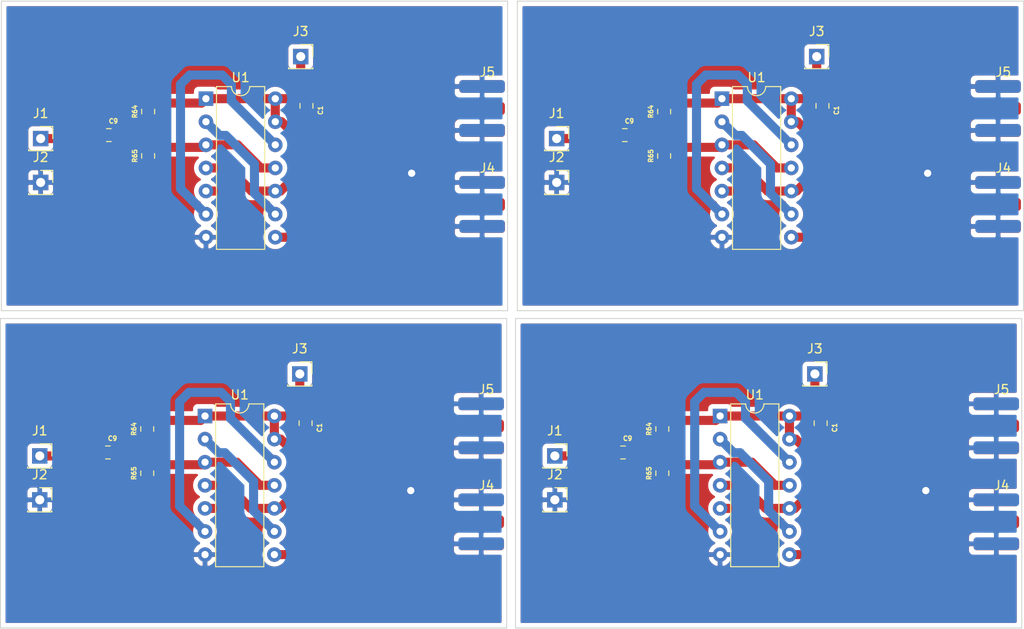
<source format=kicad_pcb>
(kicad_pcb (version 20171130) (host pcbnew "(5.1.5)-3")
  (layers (0 F.Cu signal) (31 B.Cu signal) (34 B.Paste user) (35 F.Paste user) (36 B.SilkS user) (37 F.SilkS user) (38 B.Mask user) (39 F.Mask user) (44 Edge.Cuts user))
  (net 0 "")
  (net 1 GND)
  (net 2 +5V)
  (net 3 "Net-(C9-Pad2)")
  (net 4 "Net-(C9-Pad1)")
  (net 5 CLK-0-0)
  (net 6 CLK-1-0)
  (net 7 CLK-0-1)
  (net 8 CLK-1-1)
  (module "Xenir:Resistor 0805" (layer F.Cu) (at 223.124 157.582 270)
    (fp_text reference R65 (at 0 4 90) (layer F.SilkS) (effects (font (size 0.5 0.5) (thickness 0.125))))
    (fp_text value 10k)
    (fp_line (start -0.258578 1.83) (end 0.258578 1.83) (layer F.SilkS) (width 0.12))
    (fp_line (start -0.258578 3.25) (end 0.258578 3.25) (layer F.SilkS) (width 0.12))
    (pad 1 smd roundrect (at -0.9375 2.54 270) (size 0.975 1.4) (layers F.Cu F.Paste F.Mask))
    (pad 2 smd roundrect (at 0.9375 2.54 270) (size 0.975 1.4) (layers F.Cu F.Paste F.Mask))
  )
  (module "Xenir:Capacitor 0805" (layer F.Cu) (at 216.266 152.756)
    (fp_text reference C9 (at 0.5 1) (layer F.SilkS) (effects (font (size 0.5 0.5) (thickness 0.125))))
    (fp_text value .1uF)
    (fp_line (start -0.258578 3.25) (end 0.258578 3.25) (layer F.SilkS) (width 0.12))
    (fp_line (start -0.258578 1.83) (end 0.258578 1.83) (layer F.SilkS) (width 0.12))
    (pad 1 smd roundrect (at -0.9375 2.54) (size 0.975 1.4) (layers F.Cu F.Paste F.Mask))
    (pad 2 smd roundrect (at 0.9375 2.54) (size 0.975 1.4) (layers F.Cu F.Paste F.Mask))
  )
  (module Connector_PinSocket_2.54mm:PinSocket_1x01_P2.54mm_Vertical (layer F.Cu) (at 208.773 160.503)
    (fp_text reference J2 (at 0 -2.77) (layer F.SilkS))
    (fp_text value Pad)
    (fp_line (start 0 -1.33) (end 1.33 -1.33) (layer F.SilkS) (width 0.12))
    (fp_line (start 1.33 -1.33) (end 1.33 0) (layer F.SilkS) (width 0.12))
    (fp_line (start 1.33 1.21) (end 1.33 1.33) (layer F.SilkS) (width 0.12))
    (fp_line (start -1.33 1.21) (end -1.33 1.33) (layer F.SilkS) (width 0.12))
    (fp_line (start -1.33 1.33) (end 1.33 1.33) (layer F.SilkS) (width 0.12))
    (pad 1 thru_hole rect (at 0 0) (size 1.7 1.7) (drill 1) (layers *.Cu *.Mask))
  )
  (module Package_DIP:DIP-14_W7.62mm (layer F.Cu) (at 226.934 151.287001)
    (fp_text reference U1 (at 3.81 -2.33) (layer F.SilkS))
    (fp_text value 74HC74)
    (fp_arc (start 3.81 -1.33) (end 2.81 -1.33) (angle -180) (layer F.SilkS) (width 0.12))
    (fp_line (start 6.46 -1.33) (end 4.81 -1.33) (layer F.SilkS) (width 0.12))
    (fp_line (start 6.46 16.57) (end 6.46 -1.33) (layer F.SilkS) (width 0.12))
    (fp_line (start 1.16 16.57) (end 6.46 16.57) (layer F.SilkS) (width 0.12))
    (fp_line (start 1.16 -1.33) (end 1.16 16.57) (layer F.SilkS) (width 0.12))
    (fp_line (start 2.81 -1.33) (end 1.16 -1.33) (layer F.SilkS) (width 0.12))
    (pad 1 thru_hole rect (at 0 0) (size 1.6 1.6) (drill 0.8) (layers *.Cu *.Mask))
    (pad 8 thru_hole oval (at 7.62 15.24) (size 1.6 1.6) (drill 0.8) (layers *.Cu *.Mask))
    (pad 2 thru_hole oval (at 0 2.54) (size 1.6 1.6) (drill 0.8) (layers *.Cu *.Mask))
    (pad 9 thru_hole oval (at 7.62 12.7) (size 1.6 1.6) (drill 0.8) (layers *.Cu *.Mask))
    (pad 3 thru_hole oval (at 0 5.08) (size 1.6 1.6) (drill 0.8) (layers *.Cu *.Mask))
    (pad 10 thru_hole oval (at 7.62 10.16) (size 1.6 1.6) (drill 0.8) (layers *.Cu *.Mask))
    (pad 4 thru_hole oval (at 0 7.62) (size 1.6 1.6) (drill 0.8) (layers *.Cu *.Mask))
    (pad 11 thru_hole oval (at 7.62 7.62) (size 1.6 1.6) (drill 0.8) (layers *.Cu *.Mask))
    (pad 5 thru_hole oval (at 0 10.16) (size 1.6 1.6) (drill 0.8) (layers *.Cu *.Mask))
    (pad 12 thru_hole oval (at 7.62 5.08) (size 1.6 1.6) (drill 0.8) (layers *.Cu *.Mask))
    (pad 6 thru_hole oval (at 0 12.7) (size 1.6 1.6) (drill 0.8) (layers *.Cu *.Mask))
    (pad 13 thru_hole oval (at 7.62 2.54) (size 1.6 1.6) (drill 0.8) (layers *.Cu *.Mask))
    (pad 7 thru_hole oval (at 0 15.24) (size 1.6 1.6) (drill 0.8) (layers *.Cu *.Mask))
    (pad 14 thru_hole oval (at 7.62 0) (size 1.6 1.6) (drill 0.8) (layers *.Cu *.Mask))
  )
  (module Xenir:PCB-SMA-EDGE (layer F.Cu) (at 257.29716 147.21626)
    (fp_text reference J5 (at 0.5588 1.15316) (layer F.SilkS))
    (fp_text value PCB_SMA_EDGE)
    (pad 1 smd roundrect (at -0.01016 5.15874) (size 5 1.4) (layers F.Cu F.Paste F.Mask))
    (pad 2 smd roundrect (at -0.02794 2.73812) (size 5 1.4) (layers F.Cu F.Paste F.Mask))
    (pad 2 smd roundrect (at -0.01016 7.57936) (size 5 1.4) (layers F.Cu F.Paste F.Mask))
    (pad 2 smd roundrect (at -0.01524 2.7305) (size 5 1.4) (layers B.Cu F.Paste F.Mask))
    (pad 2 smd roundrect (at -0.02286 7.55904) (size 5 1.4) (layers B.Cu F.Paste F.Mask))
  )
  (module "Xenir:Capacitor 0805" (layer F.Cu) (at 240.523 152.0725 270)
    (fp_text reference C1 (at 0.5 1 90) (layer F.SilkS) (effects (font (size 0.5 0.5) (thickness 0.125))))
    (fp_text value .1uF)
    (fp_line (start -0.258578 3.25) (end 0.258578 3.25) (layer F.SilkS) (width 0.12))
    (fp_line (start -0.258578 1.83) (end 0.258578 1.83) (layer F.SilkS) (width 0.12))
    (pad 1 smd roundrect (at -0.9375 2.54 270) (size 0.975 1.4) (layers F.Cu F.Paste F.Mask))
    (pad 2 smd roundrect (at 0.9375 2.54 270) (size 0.975 1.4) (layers F.Cu F.Paste F.Mask))
  )
  (module "Xenir:Resistor 0805" (layer F.Cu) (at 223.124 152.7075 270)
    (fp_text reference R64 (at 0 4 90) (layer F.SilkS) (effects (font (size 0.5 0.5) (thickness 0.125))))
    (fp_text value 10k)
    (fp_line (start -0.258578 1.83) (end 0.258578 1.83) (layer F.SilkS) (width 0.12))
    (fp_line (start -0.258578 3.25) (end 0.258578 3.25) (layer F.SilkS) (width 0.12))
    (pad 1 smd roundrect (at -0.9375 2.54 270) (size 0.975 1.4) (layers F.Cu F.Paste F.Mask))
    (pad 2 smd roundrect (at 0.9375 2.54 270) (size 0.975 1.4) (layers F.Cu F.Paste F.Mask))
  )
  (module Xenir:PCB-SMA-EDGE (layer F.Cu) (at 257.30224 157.7725)
    (fp_text reference J4 (at 0.5588 1.15316) (layer F.SilkS))
    (fp_text value PCB_SMA_EDGE)
    (pad 1 smd roundrect (at -0.01016 5.15874) (size 5 1.4) (layers F.Cu F.Paste F.Mask))
    (pad 2 smd roundrect (at -0.02794 2.73812) (size 5 1.4) (layers F.Cu F.Paste F.Mask))
    (pad 2 smd roundrect (at -0.01016 7.57936) (size 5 1.4) (layers F.Cu F.Paste F.Mask))
    (pad 2 smd roundrect (at -0.01524 2.7305) (size 5 1.4) (layers B.Cu F.Paste F.Mask))
    (pad 2 smd roundrect (at -0.02286 7.55904) (size 5 1.4) (layers B.Cu F.Paste F.Mask))
  )
  (module Connector_PinSocket_2.54mm:PinSocket_1x01_P2.54mm_Vertical (layer F.Cu) (at 208.773 155.677)
    (fp_text reference J1 (at 0 -2.77) (layer F.SilkS))
    (fp_text value Pad)
    (fp_line (start 0 -1.33) (end 1.33 -1.33) (layer F.SilkS) (width 0.12))
    (fp_line (start 1.33 -1.33) (end 1.33 0) (layer F.SilkS) (width 0.12))
    (fp_line (start 1.33 1.21) (end 1.33 1.33) (layer F.SilkS) (width 0.12))
    (fp_line (start -1.33 1.21) (end -1.33 1.33) (layer F.SilkS) (width 0.12))
    (fp_line (start -1.33 1.33) (end 1.33 1.33) (layer F.SilkS) (width 0.12))
    (pad 1 thru_hole rect (at 0 0) (size 1.7 1.7) (drill 1) (layers *.Cu *.Mask))
  )
  (module Connector_PinSocket_2.54mm:PinSocket_1x01_P2.54mm_Vertical (layer F.Cu) (at 237.348 146.66)
    (fp_text reference J3 (at 0 -2.77) (layer F.SilkS))
    (fp_text value Pad)
    (fp_line (start 0 -1.33) (end 1.33 -1.33) (layer F.SilkS) (width 0.12))
    (fp_line (start 1.33 -1.33) (end 1.33 0) (layer F.SilkS) (width 0.12))
    (fp_line (start 1.33 1.21) (end 1.33 1.33) (layer F.SilkS) (width 0.12))
    (fp_line (start -1.33 1.21) (end -1.33 1.33) (layer F.SilkS) (width 0.12))
    (fp_line (start -1.33 1.33) (end 1.33 1.33) (layer F.SilkS) (width 0.12))
    (pad 1 thru_hole rect (at 0 0) (size 1.7 1.7) (drill 1) (layers *.Cu *.Mask))
  )
  (module "Xenir:Resistor 0805" (layer F.Cu) (at 166.524 157.582 270)
    (fp_text reference R65 (at 0 4 90) (layer F.SilkS) (effects (font (size 0.5 0.5) (thickness 0.125))))
    (fp_text value 10k)
    (fp_line (start -0.258578 1.83) (end 0.258578 1.83) (layer F.SilkS) (width 0.12))
    (fp_line (start -0.258578 3.25) (end 0.258578 3.25) (layer F.SilkS) (width 0.12))
    (pad 1 smd roundrect (at -0.9375 2.54 270) (size 0.975 1.4) (layers F.Cu F.Paste F.Mask))
    (pad 2 smd roundrect (at 0.9375 2.54 270) (size 0.975 1.4) (layers F.Cu F.Paste F.Mask))
  )
  (module "Xenir:Capacitor 0805" (layer F.Cu) (at 159.666 152.756)
    (fp_text reference C9 (at 0.5 1) (layer F.SilkS) (effects (font (size 0.5 0.5) (thickness 0.125))))
    (fp_text value .1uF)
    (fp_line (start -0.258578 3.25) (end 0.258578 3.25) (layer F.SilkS) (width 0.12))
    (fp_line (start -0.258578 1.83) (end 0.258578 1.83) (layer F.SilkS) (width 0.12))
    (pad 1 smd roundrect (at -0.9375 2.54) (size 0.975 1.4) (layers F.Cu F.Paste F.Mask))
    (pad 2 smd roundrect (at 0.9375 2.54) (size 0.975 1.4) (layers F.Cu F.Paste F.Mask))
  )
  (module Connector_PinSocket_2.54mm:PinSocket_1x01_P2.54mm_Vertical (layer F.Cu) (at 152.173 160.503)
    (fp_text reference J2 (at 0 -2.77) (layer F.SilkS))
    (fp_text value Pad)
    (fp_line (start 0 -1.33) (end 1.33 -1.33) (layer F.SilkS) (width 0.12))
    (fp_line (start 1.33 -1.33) (end 1.33 0) (layer F.SilkS) (width 0.12))
    (fp_line (start 1.33 1.21) (end 1.33 1.33) (layer F.SilkS) (width 0.12))
    (fp_line (start -1.33 1.21) (end -1.33 1.33) (layer F.SilkS) (width 0.12))
    (fp_line (start -1.33 1.33) (end 1.33 1.33) (layer F.SilkS) (width 0.12))
    (pad 1 thru_hole rect (at 0 0) (size 1.7 1.7) (drill 1) (layers *.Cu *.Mask))
  )
  (module Package_DIP:DIP-14_W7.62mm (layer F.Cu) (at 170.334 151.287001)
    (fp_text reference U1 (at 3.81 -2.33) (layer F.SilkS))
    (fp_text value 74HC74)
    (fp_arc (start 3.81 -1.33) (end 2.81 -1.33) (angle -180) (layer F.SilkS) (width 0.12))
    (fp_line (start 6.46 -1.33) (end 4.81 -1.33) (layer F.SilkS) (width 0.12))
    (fp_line (start 6.46 16.57) (end 6.46 -1.33) (layer F.SilkS) (width 0.12))
    (fp_line (start 1.16 16.57) (end 6.46 16.57) (layer F.SilkS) (width 0.12))
    (fp_line (start 1.16 -1.33) (end 1.16 16.57) (layer F.SilkS) (width 0.12))
    (fp_line (start 2.81 -1.33) (end 1.16 -1.33) (layer F.SilkS) (width 0.12))
    (pad 1 thru_hole rect (at 0 0) (size 1.6 1.6) (drill 0.8) (layers *.Cu *.Mask))
    (pad 8 thru_hole oval (at 7.62 15.24) (size 1.6 1.6) (drill 0.8) (layers *.Cu *.Mask))
    (pad 2 thru_hole oval (at 0 2.54) (size 1.6 1.6) (drill 0.8) (layers *.Cu *.Mask))
    (pad 9 thru_hole oval (at 7.62 12.7) (size 1.6 1.6) (drill 0.8) (layers *.Cu *.Mask))
    (pad 3 thru_hole oval (at 0 5.08) (size 1.6 1.6) (drill 0.8) (layers *.Cu *.Mask))
    (pad 10 thru_hole oval (at 7.62 10.16) (size 1.6 1.6) (drill 0.8) (layers *.Cu *.Mask))
    (pad 4 thru_hole oval (at 0 7.62) (size 1.6 1.6) (drill 0.8) (layers *.Cu *.Mask))
    (pad 11 thru_hole oval (at 7.62 7.62) (size 1.6 1.6) (drill 0.8) (layers *.Cu *.Mask))
    (pad 5 thru_hole oval (at 0 10.16) (size 1.6 1.6) (drill 0.8) (layers *.Cu *.Mask))
    (pad 12 thru_hole oval (at 7.62 5.08) (size 1.6 1.6) (drill 0.8) (layers *.Cu *.Mask))
    (pad 6 thru_hole oval (at 0 12.7) (size 1.6 1.6) (drill 0.8) (layers *.Cu *.Mask))
    (pad 13 thru_hole oval (at 7.62 2.54) (size 1.6 1.6) (drill 0.8) (layers *.Cu *.Mask))
    (pad 7 thru_hole oval (at 0 15.24) (size 1.6 1.6) (drill 0.8) (layers *.Cu *.Mask))
    (pad 14 thru_hole oval (at 7.62 0) (size 1.6 1.6) (drill 0.8) (layers *.Cu *.Mask))
  )
  (module Xenir:PCB-SMA-EDGE (layer F.Cu) (at 200.69716 147.21626)
    (fp_text reference J5 (at 0.5588 1.15316) (layer F.SilkS))
    (fp_text value PCB_SMA_EDGE)
    (pad 1 smd roundrect (at -0.01016 5.15874) (size 5 1.4) (layers F.Cu F.Paste F.Mask))
    (pad 2 smd roundrect (at -0.02794 2.73812) (size 5 1.4) (layers F.Cu F.Paste F.Mask))
    (pad 2 smd roundrect (at -0.01016 7.57936) (size 5 1.4) (layers F.Cu F.Paste F.Mask))
    (pad 2 smd roundrect (at -0.01524 2.7305) (size 5 1.4) (layers B.Cu F.Paste F.Mask))
    (pad 2 smd roundrect (at -0.02286 7.55904) (size 5 1.4) (layers B.Cu F.Paste F.Mask))
  )
  (module "Xenir:Capacitor 0805" (layer F.Cu) (at 183.923 152.0725 270)
    (fp_text reference C1 (at 0.5 1 90) (layer F.SilkS) (effects (font (size 0.5 0.5) (thickness 0.125))))
    (fp_text value .1uF)
    (fp_line (start -0.258578 3.25) (end 0.258578 3.25) (layer F.SilkS) (width 0.12))
    (fp_line (start -0.258578 1.83) (end 0.258578 1.83) (layer F.SilkS) (width 0.12))
    (pad 1 smd roundrect (at -0.9375 2.54 270) (size 0.975 1.4) (layers F.Cu F.Paste F.Mask))
    (pad 2 smd roundrect (at 0.9375 2.54 270) (size 0.975 1.4) (layers F.Cu F.Paste F.Mask))
  )
  (module "Xenir:Resistor 0805" (layer F.Cu) (at 166.524 152.7075 270)
    (fp_text reference R64 (at 0 4 90) (layer F.SilkS) (effects (font (size 0.5 0.5) (thickness 0.125))))
    (fp_text value 10k)
    (fp_line (start -0.258578 1.83) (end 0.258578 1.83) (layer F.SilkS) (width 0.12))
    (fp_line (start -0.258578 3.25) (end 0.258578 3.25) (layer F.SilkS) (width 0.12))
    (pad 1 smd roundrect (at -0.9375 2.54 270) (size 0.975 1.4) (layers F.Cu F.Paste F.Mask))
    (pad 2 smd roundrect (at 0.9375 2.54 270) (size 0.975 1.4) (layers F.Cu F.Paste F.Mask))
  )
  (module Xenir:PCB-SMA-EDGE (layer F.Cu) (at 200.70224 157.7725)
    (fp_text reference J4 (at 0.5588 1.15316) (layer F.SilkS))
    (fp_text value PCB_SMA_EDGE)
    (pad 1 smd roundrect (at -0.01016 5.15874) (size 5 1.4) (layers F.Cu F.Paste F.Mask))
    (pad 2 smd roundrect (at -0.02794 2.73812) (size 5 1.4) (layers F.Cu F.Paste F.Mask))
    (pad 2 smd roundrect (at -0.01016 7.57936) (size 5 1.4) (layers F.Cu F.Paste F.Mask))
    (pad 2 smd roundrect (at -0.01524 2.7305) (size 5 1.4) (layers B.Cu F.Paste F.Mask))
    (pad 2 smd roundrect (at -0.02286 7.55904) (size 5 1.4) (layers B.Cu F.Paste F.Mask))
  )
  (module Connector_PinSocket_2.54mm:PinSocket_1x01_P2.54mm_Vertical (layer F.Cu) (at 152.173 155.677)
    (fp_text reference J1 (at 0 -2.77) (layer F.SilkS))
    (fp_text value Pad)
    (fp_line (start 0 -1.33) (end 1.33 -1.33) (layer F.SilkS) (width 0.12))
    (fp_line (start 1.33 -1.33) (end 1.33 0) (layer F.SilkS) (width 0.12))
    (fp_line (start 1.33 1.21) (end 1.33 1.33) (layer F.SilkS) (width 0.12))
    (fp_line (start -1.33 1.21) (end -1.33 1.33) (layer F.SilkS) (width 0.12))
    (fp_line (start -1.33 1.33) (end 1.33 1.33) (layer F.SilkS) (width 0.12))
    (pad 1 thru_hole rect (at 0 0) (size 1.7 1.7) (drill 1) (layers *.Cu *.Mask))
  )
  (module Connector_PinSocket_2.54mm:PinSocket_1x01_P2.54mm_Vertical (layer F.Cu) (at 180.748 146.66)
    (fp_text reference J3 (at 0 -2.77) (layer F.SilkS))
    (fp_text value Pad)
    (fp_line (start 0 -1.33) (end 1.33 -1.33) (layer F.SilkS) (width 0.12))
    (fp_line (start 1.33 -1.33) (end 1.33 0) (layer F.SilkS) (width 0.12))
    (fp_line (start 1.33 1.21) (end 1.33 1.33) (layer F.SilkS) (width 0.12))
    (fp_line (start -1.33 1.21) (end -1.33 1.33) (layer F.SilkS) (width 0.12))
    (fp_line (start -1.33 1.33) (end 1.33 1.33) (layer F.SilkS) (width 0.12))
    (pad 1 thru_hole rect (at 0 0) (size 1.7 1.7) (drill 1) (layers *.Cu *.Mask))
  )
  (module "Xenir:Resistor 0805" (layer F.Cu) (at 223.324 122.682 270)
    (fp_text reference R65 (at 0 4 90) (layer F.SilkS) (effects (font (size 0.5 0.5) (thickness 0.125))))
    (fp_text value 10k)
    (fp_line (start -0.258578 1.83) (end 0.258578 1.83) (layer F.SilkS) (width 0.12))
    (fp_line (start -0.258578 3.25) (end 0.258578 3.25) (layer F.SilkS) (width 0.12))
    (pad 1 smd roundrect (at -0.9375 2.54 270) (size 0.975 1.4) (layers F.Cu F.Paste F.Mask))
    (pad 2 smd roundrect (at 0.9375 2.54 270) (size 0.975 1.4) (layers F.Cu F.Paste F.Mask))
  )
  (module "Xenir:Capacitor 0805" (layer F.Cu) (at 216.466 117.856)
    (fp_text reference C9 (at 0.5 1) (layer F.SilkS) (effects (font (size 0.5 0.5) (thickness 0.125))))
    (fp_text value .1uF)
    (fp_line (start -0.258578 3.25) (end 0.258578 3.25) (layer F.SilkS) (width 0.12))
    (fp_line (start -0.258578 1.83) (end 0.258578 1.83) (layer F.SilkS) (width 0.12))
    (pad 1 smd roundrect (at -0.9375 2.54) (size 0.975 1.4) (layers F.Cu F.Paste F.Mask))
    (pad 2 smd roundrect (at 0.9375 2.54) (size 0.975 1.4) (layers F.Cu F.Paste F.Mask))
  )
  (module Connector_PinSocket_2.54mm:PinSocket_1x01_P2.54mm_Vertical (layer F.Cu) (at 208.973 125.603)
    (fp_text reference J2 (at 0 -2.77) (layer F.SilkS))
    (fp_text value Pad)
    (fp_line (start 0 -1.33) (end 1.33 -1.33) (layer F.SilkS) (width 0.12))
    (fp_line (start 1.33 -1.33) (end 1.33 0) (layer F.SilkS) (width 0.12))
    (fp_line (start 1.33 1.21) (end 1.33 1.33) (layer F.SilkS) (width 0.12))
    (fp_line (start -1.33 1.21) (end -1.33 1.33) (layer F.SilkS) (width 0.12))
    (fp_line (start -1.33 1.33) (end 1.33 1.33) (layer F.SilkS) (width 0.12))
    (pad 1 thru_hole rect (at 0 0) (size 1.7 1.7) (drill 1) (layers *.Cu *.Mask))
  )
  (module Package_DIP:DIP-14_W7.62mm (layer F.Cu) (at 227.134 116.387001)
    (fp_text reference U1 (at 3.81 -2.33) (layer F.SilkS))
    (fp_text value 74HC74)
    (fp_arc (start 3.81 -1.33) (end 2.81 -1.33) (angle -180) (layer F.SilkS) (width 0.12))
    (fp_line (start 6.46 -1.33) (end 4.81 -1.33) (layer F.SilkS) (width 0.12))
    (fp_line (start 6.46 16.57) (end 6.46 -1.33) (layer F.SilkS) (width 0.12))
    (fp_line (start 1.16 16.57) (end 6.46 16.57) (layer F.SilkS) (width 0.12))
    (fp_line (start 1.16 -1.33) (end 1.16 16.57) (layer F.SilkS) (width 0.12))
    (fp_line (start 2.81 -1.33) (end 1.16 -1.33) (layer F.SilkS) (width 0.12))
    (pad 1 thru_hole rect (at 0 0) (size 1.6 1.6) (drill 0.8) (layers *.Cu *.Mask))
    (pad 8 thru_hole oval (at 7.62 15.24) (size 1.6 1.6) (drill 0.8) (layers *.Cu *.Mask))
    (pad 2 thru_hole oval (at 0 2.54) (size 1.6 1.6) (drill 0.8) (layers *.Cu *.Mask))
    (pad 9 thru_hole oval (at 7.62 12.7) (size 1.6 1.6) (drill 0.8) (layers *.Cu *.Mask))
    (pad 3 thru_hole oval (at 0 5.08) (size 1.6 1.6) (drill 0.8) (layers *.Cu *.Mask))
    (pad 10 thru_hole oval (at 7.62 10.16) (size 1.6 1.6) (drill 0.8) (layers *.Cu *.Mask))
    (pad 4 thru_hole oval (at 0 7.62) (size 1.6 1.6) (drill 0.8) (layers *.Cu *.Mask))
    (pad 11 thru_hole oval (at 7.62 7.62) (size 1.6 1.6) (drill 0.8) (layers *.Cu *.Mask))
    (pad 5 thru_hole oval (at 0 10.16) (size 1.6 1.6) (drill 0.8) (layers *.Cu *.Mask))
    (pad 12 thru_hole oval (at 7.62 5.08) (size 1.6 1.6) (drill 0.8) (layers *.Cu *.Mask))
    (pad 6 thru_hole oval (at 0 12.7) (size 1.6 1.6) (drill 0.8) (layers *.Cu *.Mask))
    (pad 13 thru_hole oval (at 7.62 2.54) (size 1.6 1.6) (drill 0.8) (layers *.Cu *.Mask))
    (pad 7 thru_hole oval (at 0 15.24) (size 1.6 1.6) (drill 0.8) (layers *.Cu *.Mask))
    (pad 14 thru_hole oval (at 7.62 0) (size 1.6 1.6) (drill 0.8) (layers *.Cu *.Mask))
  )
  (module Xenir:PCB-SMA-EDGE (layer F.Cu) (at 257.49716 112.31626)
    (fp_text reference J5 (at 0.5588 1.15316) (layer F.SilkS))
    (fp_text value PCB_SMA_EDGE)
    (pad 1 smd roundrect (at -0.01016 5.15874) (size 5 1.4) (layers F.Cu F.Paste F.Mask))
    (pad 2 smd roundrect (at -0.02794 2.73812) (size 5 1.4) (layers F.Cu F.Paste F.Mask))
    (pad 2 smd roundrect (at -0.01016 7.57936) (size 5 1.4) (layers F.Cu F.Paste F.Mask))
    (pad 2 smd roundrect (at -0.01524 2.7305) (size 5 1.4) (layers B.Cu F.Paste F.Mask))
    (pad 2 smd roundrect (at -0.02286 7.55904) (size 5 1.4) (layers B.Cu F.Paste F.Mask))
  )
  (module "Xenir:Capacitor 0805" (layer F.Cu) (at 240.723 117.1725 270)
    (fp_text reference C1 (at 0.5 1 90) (layer F.SilkS) (effects (font (size 0.5 0.5) (thickness 0.125))))
    (fp_text value .1uF)
    (fp_line (start -0.258578 3.25) (end 0.258578 3.25) (layer F.SilkS) (width 0.12))
    (fp_line (start -0.258578 1.83) (end 0.258578 1.83) (layer F.SilkS) (width 0.12))
    (pad 1 smd roundrect (at -0.9375 2.54 270) (size 0.975 1.4) (layers F.Cu F.Paste F.Mask))
    (pad 2 smd roundrect (at 0.9375 2.54 270) (size 0.975 1.4) (layers F.Cu F.Paste F.Mask))
  )
  (module "Xenir:Resistor 0805" (layer F.Cu) (at 223.324 117.8075 270)
    (fp_text reference R64 (at 0 4 90) (layer F.SilkS) (effects (font (size 0.5 0.5) (thickness 0.125))))
    (fp_text value 10k)
    (fp_line (start -0.258578 1.83) (end 0.258578 1.83) (layer F.SilkS) (width 0.12))
    (fp_line (start -0.258578 3.25) (end 0.258578 3.25) (layer F.SilkS) (width 0.12))
    (pad 1 smd roundrect (at -0.9375 2.54 270) (size 0.975 1.4) (layers F.Cu F.Paste F.Mask))
    (pad 2 smd roundrect (at 0.9375 2.54 270) (size 0.975 1.4) (layers F.Cu F.Paste F.Mask))
  )
  (module Xenir:PCB-SMA-EDGE (layer F.Cu) (at 257.50224 122.8725)
    (fp_text reference J4 (at 0.5588 1.15316) (layer F.SilkS))
    (fp_text value PCB_SMA_EDGE)
    (pad 1 smd roundrect (at -0.01016 5.15874) (size 5 1.4) (layers F.Cu F.Paste F.Mask))
    (pad 2 smd roundrect (at -0.02794 2.73812) (size 5 1.4) (layers F.Cu F.Paste F.Mask))
    (pad 2 smd roundrect (at -0.01016 7.57936) (size 5 1.4) (layers F.Cu F.Paste F.Mask))
    (pad 2 smd roundrect (at -0.01524 2.7305) (size 5 1.4) (layers B.Cu F.Paste F.Mask))
    (pad 2 smd roundrect (at -0.02286 7.55904) (size 5 1.4) (layers B.Cu F.Paste F.Mask))
  )
  (module Connector_PinSocket_2.54mm:PinSocket_1x01_P2.54mm_Vertical (layer F.Cu) (at 208.973 120.777)
    (fp_text reference J1 (at 0 -2.77) (layer F.SilkS))
    (fp_text value Pad)
    (fp_line (start 0 -1.33) (end 1.33 -1.33) (layer F.SilkS) (width 0.12))
    (fp_line (start 1.33 -1.33) (end 1.33 0) (layer F.SilkS) (width 0.12))
    (fp_line (start 1.33 1.21) (end 1.33 1.33) (layer F.SilkS) (width 0.12))
    (fp_line (start -1.33 1.21) (end -1.33 1.33) (layer F.SilkS) (width 0.12))
    (fp_line (start -1.33 1.33) (end 1.33 1.33) (layer F.SilkS) (width 0.12))
    (pad 1 thru_hole rect (at 0 0) (size 1.7 1.7) (drill 1) (layers *.Cu *.Mask))
  )
  (module Connector_PinSocket_2.54mm:PinSocket_1x01_P2.54mm_Vertical (layer F.Cu) (at 237.548 111.76)
    (fp_text reference J3 (at 0 -2.77) (layer F.SilkS))
    (fp_text value Pad)
    (fp_line (start 0 -1.33) (end 1.33 -1.33) (layer F.SilkS) (width 0.12))
    (fp_line (start 1.33 -1.33) (end 1.33 0) (layer F.SilkS) (width 0.12))
    (fp_line (start 1.33 1.21) (end 1.33 1.33) (layer F.SilkS) (width 0.12))
    (fp_line (start -1.33 1.21) (end -1.33 1.33) (layer F.SilkS) (width 0.12))
    (fp_line (start -1.33 1.33) (end 1.33 1.33) (layer F.SilkS) (width 0.12))
    (pad 1 thru_hole rect (at 0 0) (size 1.7 1.7) (drill 1) (layers *.Cu *.Mask))
  )
  (module Xenir:PCB-SMA-EDGE (layer F.Cu) (at 200.79716 112.31626)
    (fp_text reference J5 (at 0.5588 1.15316) (layer F.SilkS))
    (fp_text value PCB_SMA_EDGE)
    (pad 2 smd roundrect (at -0.02286 7.55904) (size 5 1.4) (layers B.Cu F.Paste F.Mask) (net 1 GND))
    (pad 2 smd roundrect (at -0.01524 2.7305) (size 5 1.4) (layers B.Cu F.Paste F.Mask) (net 1 GND))
    (pad 2 smd roundrect (at -0.01016 7.57936) (size 5 1.4) (layers F.Cu F.Paste F.Mask) (net 1 GND))
    (pad 2 smd roundrect (at -0.02794 2.73812) (size 5 1.4) (layers F.Cu F.Paste F.Mask) (net 1 GND))
    (pad 1 smd roundrect (at -0.01016 5.15874) (size 5 1.4) (layers F.Cu F.Paste F.Mask) (net 8 CLK-1-1))
  )
  (module Xenir:PCB-SMA-EDGE (layer F.Cu) (at 200.80224 122.8725)
    (fp_text reference J4 (at 0.5588 1.15316) (layer F.SilkS))
    (fp_text value PCB_SMA_EDGE)
    (pad 2 smd roundrect (at -0.02286 7.55904) (size 5 1.4) (layers B.Cu F.Paste F.Mask) (net 1 GND))
    (pad 2 smd roundrect (at -0.01524 2.7305) (size 5 1.4) (layers B.Cu F.Paste F.Mask) (net 1 GND))
    (pad 2 smd roundrect (at -0.01016 7.57936) (size 5 1.4) (layers F.Cu F.Paste F.Mask) (net 1 GND))
    (pad 2 smd roundrect (at -0.02794 2.73812) (size 5 1.4) (layers F.Cu F.Paste F.Mask) (net 1 GND))
    (pad 1 smd roundrect (at -0.01016 5.15874) (size 5 1.4) (layers F.Cu F.Paste F.Mask) (net 6 CLK-1-0))
  )
  (module Package_DIP:DIP-14_W7.62mm (layer F.Cu) (at 170.434 116.387001)
    (fp_text reference U1 (at 3.81 -2.33) (layer F.SilkS))
    (fp_text value 74HC74)
    (fp_line (start 2.81 -1.33) (end 1.16 -1.33) (layer F.SilkS) (width 0.12))
    (fp_line (start 1.16 -1.33) (end 1.16 16.57) (layer F.SilkS) (width 0.12))
    (fp_line (start 1.16 16.57) (end 6.46 16.57) (layer F.SilkS) (width 0.12))
    (fp_line (start 6.46 16.57) (end 6.46 -1.33) (layer F.SilkS) (width 0.12))
    (fp_line (start 6.46 -1.33) (end 4.81 -1.33) (layer F.SilkS) (width 0.12))
    (fp_arc (start 3.81 -1.33) (end 2.81 -1.33) (angle -180) (layer F.SilkS) (width 0.12))
    (pad 14 thru_hole oval (at 7.62 0) (size 1.6 1.6) (drill 0.8) (layers *.Cu *.Mask) (net 2 +5V))
    (pad 7 thru_hole oval (at 0 15.24) (size 1.6 1.6) (drill 0.8) (layers *.Cu *.Mask) (net 1 GND))
    (pad 13 thru_hole oval (at 7.62 2.54) (size 1.6 1.6) (drill 0.8) (layers *.Cu *.Mask) (net 2 +5V))
    (pad 6 thru_hole oval (at 0 12.7) (size 1.6 1.6) (drill 0.8) (layers *.Cu *.Mask) (net 5 CLK-0-0))
    (pad 12 thru_hole oval (at 7.62 5.08) (size 1.6 1.6) (drill 0.8) (layers *.Cu *.Mask) (net 5 CLK-0-0))
    (pad 5 thru_hole oval (at 0 10.16) (size 1.6 1.6) (drill 0.8) (layers *.Cu *.Mask) (net 6 CLK-1-0))
    (pad 11 thru_hole oval (at 7.62 7.62) (size 1.6 1.6) (drill 0.8) (layers *.Cu *.Mask) (net 3 "Net-(C9-Pad2)"))
    (pad 4 thru_hole oval (at 0 7.62) (size 1.6 1.6) (drill 0.8) (layers *.Cu *.Mask) (net 2 +5V))
    (pad 10 thru_hole oval (at 7.62 10.16) (size 1.6 1.6) (drill 0.8) (layers *.Cu *.Mask) (net 2 +5V))
    (pad 3 thru_hole oval (at 0 5.08) (size 1.6 1.6) (drill 0.8) (layers *.Cu *.Mask) (net 3 "Net-(C9-Pad2)"))
    (pad 9 thru_hole oval (at 7.62 12.7) (size 1.6 1.6) (drill 0.8) (layers *.Cu *.Mask) (net 7 CLK-0-1))
    (pad 2 thru_hole oval (at 0 2.54) (size 1.6 1.6) (drill 0.8) (layers *.Cu *.Mask) (net 7 CLK-0-1))
    (pad 8 thru_hole oval (at 7.62 15.24) (size 1.6 1.6) (drill 0.8) (layers *.Cu *.Mask) (net 8 CLK-1-1))
    (pad 1 thru_hole rect (at 0 0) (size 1.6 1.6) (drill 0.8) (layers *.Cu *.Mask) (net 2 +5V))
  )
  (module "Xenir:Resistor 0805" (layer F.Cu) (at 166.624 122.682 270)
    (fp_text reference R65 (at 0 4 90) (layer F.SilkS) (effects (font (size 0.5 0.5) (thickness 0.125))))
    (fp_text value 10k)
    (fp_line (start -0.258578 3.25) (end 0.258578 3.25) (layer F.SilkS) (width 0.12))
    (fp_line (start -0.258578 1.83) (end 0.258578 1.83) (layer F.SilkS) (width 0.12))
    (pad 2 smd roundrect (at 0.9375 2.54 270) (size 0.975 1.4) (layers F.Cu F.Paste F.Mask) (net 1 GND))
    (pad 1 smd roundrect (at -0.9375 2.54 270) (size 0.975 1.4) (layers F.Cu F.Paste F.Mask) (net 3 "Net-(C9-Pad2)"))
  )
  (module "Xenir:Resistor 0805" (layer F.Cu) (at 166.624 117.8075 270)
    (fp_text reference R64 (at 0 4 90) (layer F.SilkS) (effects (font (size 0.5 0.5) (thickness 0.125))))
    (fp_text value 10k)
    (fp_line (start -0.258578 3.25) (end 0.258578 3.25) (layer F.SilkS) (width 0.12))
    (fp_line (start -0.258578 1.83) (end 0.258578 1.83) (layer F.SilkS) (width 0.12))
    (pad 2 smd roundrect (at 0.9375 2.54 270) (size 0.975 1.4) (layers F.Cu F.Paste F.Mask) (net 3 "Net-(C9-Pad2)"))
    (pad 1 smd roundrect (at -0.9375 2.54 270) (size 0.975 1.4) (layers F.Cu F.Paste F.Mask) (net 2 +5V))
  )
  (module Connector_PinSocket_2.54mm:PinSocket_1x01_P2.54mm_Vertical (layer F.Cu) (at 180.848 111.76)
    (fp_text reference J3 (at 0 -2.77) (layer F.SilkS))
    (fp_text value Pad)
    (fp_line (start -1.33 1.33) (end 1.33 1.33) (layer F.SilkS) (width 0.12))
    (fp_line (start -1.33 1.21) (end -1.33 1.33) (layer F.SilkS) (width 0.12))
    (fp_line (start 1.33 1.21) (end 1.33 1.33) (layer F.SilkS) (width 0.12))
    (fp_line (start 1.33 -1.33) (end 1.33 0) (layer F.SilkS) (width 0.12))
    (fp_line (start 0 -1.33) (end 1.33 -1.33) (layer F.SilkS) (width 0.12))
    (pad 1 thru_hole rect (at 0 0) (size 1.7 1.7) (drill 1) (layers *.Cu *.Mask) (net 2 +5V))
  )
  (module Connector_PinSocket_2.54mm:PinSocket_1x01_P2.54mm_Vertical (layer F.Cu) (at 152.273 125.603)
    (fp_text reference J2 (at 0 -2.77) (layer F.SilkS))
    (fp_text value Pad)
    (fp_line (start -1.33 1.33) (end 1.33 1.33) (layer F.SilkS) (width 0.12))
    (fp_line (start -1.33 1.21) (end -1.33 1.33) (layer F.SilkS) (width 0.12))
    (fp_line (start 1.33 1.21) (end 1.33 1.33) (layer F.SilkS) (width 0.12))
    (fp_line (start 1.33 -1.33) (end 1.33 0) (layer F.SilkS) (width 0.12))
    (fp_line (start 0 -1.33) (end 1.33 -1.33) (layer F.SilkS) (width 0.12))
    (pad 1 thru_hole rect (at 0 0) (size 1.7 1.7) (drill 1) (layers *.Cu *.Mask) (net 1 GND))
  )
  (module Connector_PinSocket_2.54mm:PinSocket_1x01_P2.54mm_Vertical (layer F.Cu) (at 152.273 120.777)
    (fp_text reference J1 (at 0 -2.77) (layer F.SilkS))
    (fp_text value Pad)
    (fp_line (start -1.33 1.33) (end 1.33 1.33) (layer F.SilkS) (width 0.12))
    (fp_line (start -1.33 1.21) (end -1.33 1.33) (layer F.SilkS) (width 0.12))
    (fp_line (start 1.33 1.21) (end 1.33 1.33) (layer F.SilkS) (width 0.12))
    (fp_line (start 1.33 -1.33) (end 1.33 0) (layer F.SilkS) (width 0.12))
    (fp_line (start 0 -1.33) (end 1.33 -1.33) (layer F.SilkS) (width 0.12))
    (pad 1 thru_hole rect (at 0 0) (size 1.7 1.7) (drill 1) (layers *.Cu *.Mask) (net 4 "Net-(C9-Pad1)"))
  )
  (module "Xenir:Capacitor 0805" (layer F.Cu) (at 159.766 117.856)
    (fp_text reference C9 (at 0.5 1) (layer F.SilkS) (effects (font (size 0.5 0.5) (thickness 0.125))))
    (fp_text value .1uF)
    (fp_line (start -0.258578 1.83) (end 0.258578 1.83) (layer F.SilkS) (width 0.12))
    (fp_line (start -0.258578 3.25) (end 0.258578 3.25) (layer F.SilkS) (width 0.12))
    (pad 2 smd roundrect (at 0.9375 2.54) (size 0.975 1.4) (layers F.Cu F.Paste F.Mask) (net 3 "Net-(C9-Pad2)"))
    (pad 1 smd roundrect (at -0.9375 2.54) (size 0.975 1.4) (layers F.Cu F.Paste F.Mask) (net 4 "Net-(C9-Pad1)"))
  )
  (module "Xenir:Capacitor 0805" (layer F.Cu) (at 184.023 117.1725 270)
    (fp_text reference C1 (at 0.5 1 90) (layer F.SilkS) (effects (font (size 0.5 0.5) (thickness 0.125))))
    (fp_text value .1uF)
    (fp_line (start -0.258578 1.83) (end 0.258578 1.83) (layer F.SilkS) (width 0.12))
    (fp_line (start -0.258578 3.25) (end 0.258578 3.25) (layer F.SilkS) (width 0.12))
    (pad 2 smd roundrect (at 0.9375 2.54 270) (size 0.975 1.4) (layers F.Cu F.Paste F.Mask) (net 1 GND))
    (pad 1 smd roundrect (at -0.9375 2.54 270) (size 0.975 1.4) (layers F.Cu F.Paste F.Mask) (net 2 +5V))
  )
  (gr_line (start 260.081 174.6) (end 204.455 174.6) (layer Edge.Cuts) (width 0.1))
  (gr_line (start 260.081 140.564) (end 260.081 174.6) (layer Edge.Cuts) (width 0.1))
  (gr_line (start 204.455 140.564) (end 260.081 140.564) (layer Edge.Cuts) (width 0.1))
  (gr_line (start 204.455 174.6) (end 204.455 140.564) (layer Edge.Cuts) (width 0.1))
  (gr_line (start 203.481 174.6) (end 147.855 174.6) (layer Edge.Cuts) (width 0.1))
  (gr_line (start 203.481 140.564) (end 203.481 174.6) (layer Edge.Cuts) (width 0.1))
  (gr_line (start 147.855 140.564) (end 203.481 140.564) (layer Edge.Cuts) (width 0.1))
  (gr_line (start 147.855 174.6) (end 147.855 140.564) (layer Edge.Cuts) (width 0.1))
  (gr_line (start 260.281 139.7) (end 204.655 139.7) (layer Edge.Cuts) (width 0.1))
  (gr_line (start 260.281 105.664) (end 260.281 139.7) (layer Edge.Cuts) (width 0.1))
  (gr_line (start 204.655 105.664) (end 260.281 105.664) (layer Edge.Cuts) (width 0.1))
  (gr_line (start 204.655 139.7) (end 204.655 105.664) (layer Edge.Cuts) (width 0.1))
  (gr_line (start 203.581 105.664) (end 203.581 139.7) (layer Edge.Cuts) (width 0.1))
  (gr_line (start 147.955 105.664) (end 203.581 105.664) (layer Edge.Cuts) (width 0.1))
  (gr_line (start 147.955 139.7) (end 147.955 105.664) (layer Edge.Cuts) (width 0.1))
  (gr_line (start 203.581 139.7) (end 147.955 139.7) (layer Edge.Cuts) (width 0.1))
  (via (at 249.74 124.587) (size 1.4) (drill 0.8) (layers F.Cu B.Cu) (net 0))
  (segment (start 237.548 111.76) (end 237.548 115.6) (width 1) (layer F.Cu) (net 0))
  (segment (start 235.333999 126.547001) (end 234.754 126.547001) (width 1) (layer F.Cu) (net 0))
  (segment (start 234.754 116.387001) (end 234.754 118.927001) (width 1) (layer F.Cu) (net 0))
  (segment (start 234.754 118.927001) (end 235.444001 118.927001) (width 1) (layer F.Cu) (net 0))
  (segment (start 227.134 124.007001) (end 229.602001 124.007001) (width 1) (layer F.Cu) (net 0))
  (segment (start 232.142001 126.547001) (end 234.754 126.547001) (width 1) (layer F.Cu) (net 0))
  (segment (start 229.602001 124.007001) (end 232.142001 126.547001) (width 1) (layer F.Cu) (net 0))
  (segment (start 237.548 115.6) (end 238.183 116.235) (width 1) (layer F.Cu) (net 0))
  (segment (start 238.030999 116.387001) (end 238.183 116.235) (width 1) (layer F.Cu) (net 0))
  (segment (start 234.754 116.387001) (end 238.030999 116.387001) (width 1) (layer F.Cu) (net 0))
  (segment (start 236.913 120.396) (end 236.913 124.968) (width 1) (layer F.Cu) (net 0))
  (segment (start 226.651001 116.87) (end 227.134 116.387001) (width 1) (layer F.Cu) (net 0))
  (segment (start 220.784 116.87) (end 226.651001 116.87) (width 1) (layer F.Cu) (net 0))
  (segment (start 227.134 116.387001) (end 234.754 116.387001) (width 1) (layer F.Cu) (net 0))
  (segment (start 235.444001 118.927001) (end 236.913 120.396) (width 1) (layer F.Cu) (net 0))
  (segment (start 236.913 124.968) (end 235.333999 126.547001) (width 1) (layer F.Cu) (net 0))
  (segment (start 217.4035 120.396) (end 220.657 120.396) (width 1) (layer F.Cu) (net 0))
  (segment (start 220.784 120.269) (end 220.784 118.745) (width 1) (layer F.Cu) (net 0))
  (segment (start 220.657 120.396) (end 220.784 120.269) (width 1) (layer F.Cu) (net 0))
  (segment (start 220.784 120.523) (end 220.657 120.396) (width 1) (layer F.Cu) (net 0))
  (segment (start 220.784 121.7445) (end 226.856501 121.7445) (width 1) (layer F.Cu) (net 0))
  (segment (start 233.158001 124.007001) (end 234.754 124.007001) (width 1) (layer F.Cu) (net 0))
  (segment (start 227.134 121.467001) (end 230.618001 121.467001) (width 1) (layer F.Cu) (net 0))
  (segment (start 226.856501 121.7445) (end 227.134 121.467001) (width 1) (layer F.Cu) (net 0))
  (segment (start 220.784 121.7445) (end 220.784 120.523) (width 1) (layer F.Cu) (net 0))
  (segment (start 230.618001 121.467001) (end 233.158001 124.007001) (width 1) (layer F.Cu) (net 0))
  (segment (start 208.973 120.777) (end 215.1475 120.777) (width 1) (layer F.Cu) (net 0))
  (segment (start 215.1475 120.777) (end 215.5285 120.396) (width 1) (layer F.Cu) (net 0))
  (segment (start 225.356 113.792) (end 224.34 114.808) (width 1) (layer B.Cu) (net 0))
  (segment (start 224.34 126.293001) (end 227.134 129.087001) (width 1) (layer B.Cu) (net 0))
  (segment (start 224.34 114.808) (end 224.34 126.293001) (width 1) (layer B.Cu) (net 0))
  (segment (start 234.754 121.467001) (end 229.928 116.641001) (width 1) (layer B.Cu) (net 0))
  (segment (start 229.928 116.641001) (end 229.928 114.808) (width 1) (layer B.Cu) (net 0))
  (segment (start 229.928 114.808) (end 228.912 113.792) (width 1) (layer B.Cu) (net 0))
  (segment (start 228.912 113.792) (end 225.356 113.792) (width 1) (layer B.Cu) (net 0))
  (segment (start 243.879701 128.923299) (end 244.006701 128.923299) (width 1) (layer F.Cu) (net 0))
  (segment (start 227.134 126.547001) (end 228.459001 126.547001) (width 1) (layer F.Cu) (net 0))
  (segment (start 232.087 133.096) (end 233.738 134.747) (width 1) (layer F.Cu) (net 0))
  (segment (start 238.056 134.747) (end 243.879701 128.923299) (width 1) (layer F.Cu) (net 0))
  (segment (start 232.087 130.175) (end 232.087 133.096) (width 1) (layer F.Cu) (net 0))
  (segment (start 244.89876 128.03124) (end 257.49208 128.03124) (width 1) (layer F.Cu) (net 0))
  (segment (start 228.459001 126.547001) (end 232.087 130.175) (width 1) (layer F.Cu) (net 0))
  (segment (start 233.738 134.747) (end 238.056 134.747) (width 1) (layer F.Cu) (net 0))
  (segment (start 244.006701 128.923299) (end 244.89876 128.03124) (width 1) (layer F.Cu) (net 0))
  (segment (start 232.468 123.571) (end 232.468 126.801001) (width 1) (layer B.Cu) (net 0))
  (segment (start 229.324002 120.427002) (end 232.468 123.571) (width 1) (layer B.Cu) (net 0))
  (segment (start 232.468 126.801001) (end 234.754 129.087001) (width 1) (layer B.Cu) (net 0))
  (segment (start 228.634001 120.427002) (end 229.324002 120.427002) (width 1) (layer B.Cu) (net 0))
  (segment (start 227.134 118.927001) (end 228.634001 120.427002) (width 1) (layer B.Cu) (net 0))
  (segment (start 237.746999 131.627001) (end 251.899 117.475) (width 1) (layer F.Cu) (net 0))
  (segment (start 234.754 131.627001) (end 237.746999 131.627001) (width 1) (layer F.Cu) (net 0))
  (segment (start 251.899 117.475) (end 257.487 117.475) (width 1) (layer F.Cu) (net 0))
  (via (at 192.94 159.487) (size 1.4) (drill 0.8) (layers F.Cu B.Cu) (net 0))
  (segment (start 180.748 146.66) (end 180.748 150.5) (width 1) (layer F.Cu) (net 0))
  (segment (start 178.533999 161.447001) (end 177.954 161.447001) (width 1) (layer F.Cu) (net 0))
  (segment (start 177.954 151.287001) (end 177.954 153.827001) (width 1) (layer F.Cu) (net 0))
  (segment (start 177.954 153.827001) (end 178.644001 153.827001) (width 1) (layer F.Cu) (net 0))
  (segment (start 170.334 158.907001) (end 172.802001 158.907001) (width 1) (layer F.Cu) (net 0))
  (segment (start 175.342001 161.447001) (end 177.954 161.447001) (width 1) (layer F.Cu) (net 0))
  (segment (start 172.802001 158.907001) (end 175.342001 161.447001) (width 1) (layer F.Cu) (net 0))
  (segment (start 180.748 150.5) (end 181.383 151.135) (width 1) (layer F.Cu) (net 0))
  (segment (start 181.230999 151.287001) (end 181.383 151.135) (width 1) (layer F.Cu) (net 0))
  (segment (start 177.954 151.287001) (end 181.230999 151.287001) (width 1) (layer F.Cu) (net 0))
  (segment (start 180.113 155.296) (end 180.113 159.868) (width 1) (layer F.Cu) (net 0))
  (segment (start 169.851001 151.77) (end 170.334 151.287001) (width 1) (layer F.Cu) (net 0))
  (segment (start 163.984 151.77) (end 169.851001 151.77) (width 1) (layer F.Cu) (net 0))
  (segment (start 170.334 151.287001) (end 177.954 151.287001) (width 1) (layer F.Cu) (net 0))
  (segment (start 178.644001 153.827001) (end 180.113 155.296) (width 1) (layer F.Cu) (net 0))
  (segment (start 180.113 159.868) (end 178.533999 161.447001) (width 1) (layer F.Cu) (net 0))
  (segment (start 160.6035 155.296) (end 163.857 155.296) (width 1) (layer F.Cu) (net 0))
  (segment (start 163.984 155.169) (end 163.984 153.645) (width 1) (layer F.Cu) (net 0))
  (segment (start 163.857 155.296) (end 163.984 155.169) (width 1) (layer F.Cu) (net 0))
  (segment (start 163.984 155.423) (end 163.857 155.296) (width 1) (layer F.Cu) (net 0))
  (segment (start 163.984 156.6445) (end 170.056501 156.6445) (width 1) (layer F.Cu) (net 0))
  (segment (start 176.358001 158.907001) (end 177.954 158.907001) (width 1) (layer F.Cu) (net 0))
  (segment (start 170.334 156.367001) (end 173.818001 156.367001) (width 1) (layer F.Cu) (net 0))
  (segment (start 170.056501 156.6445) (end 170.334 156.367001) (width 1) (layer F.Cu) (net 0))
  (segment (start 163.984 156.6445) (end 163.984 155.423) (width 1) (layer F.Cu) (net 0))
  (segment (start 173.818001 156.367001) (end 176.358001 158.907001) (width 1) (layer F.Cu) (net 0))
  (segment (start 152.173 155.677) (end 158.3475 155.677) (width 1) (layer F.Cu) (net 0))
  (segment (start 158.3475 155.677) (end 158.7285 155.296) (width 1) (layer F.Cu) (net 0))
  (segment (start 168.556 148.692) (end 167.54 149.708) (width 1) (layer B.Cu) (net 0))
  (segment (start 167.54 161.193001) (end 170.334 163.987001) (width 1) (layer B.Cu) (net 0))
  (segment (start 167.54 149.708) (end 167.54 161.193001) (width 1) (layer B.Cu) (net 0))
  (segment (start 177.954 156.367001) (end 173.128 151.541001) (width 1) (layer B.Cu) (net 0))
  (segment (start 173.128 151.541001) (end 173.128 149.708) (width 1) (layer B.Cu) (net 0))
  (segment (start 173.128 149.708) (end 172.112 148.692) (width 1) (layer B.Cu) (net 0))
  (segment (start 172.112 148.692) (end 168.556 148.692) (width 1) (layer B.Cu) (net 0))
  (segment (start 187.079701 163.823299) (end 187.206701 163.823299) (width 1) (layer F.Cu) (net 0))
  (segment (start 170.334 161.447001) (end 171.659001 161.447001) (width 1) (layer F.Cu) (net 0))
  (segment (start 175.287 167.996) (end 176.938 169.647) (width 1) (layer F.Cu) (net 0))
  (segment (start 181.256 169.647) (end 187.079701 163.823299) (width 1) (layer F.Cu) (net 0))
  (segment (start 175.287 165.075) (end 175.287 167.996) (width 1) (layer F.Cu) (net 0))
  (segment (start 188.09876 162.93124) (end 200.69208 162.93124) (width 1) (layer F.Cu) (net 0))
  (segment (start 171.659001 161.447001) (end 175.287 165.075) (width 1) (layer F.Cu) (net 0))
  (segment (start 176.938 169.647) (end 181.256 169.647) (width 1) (layer F.Cu) (net 0))
  (segment (start 187.206701 163.823299) (end 188.09876 162.93124) (width 1) (layer F.Cu) (net 0))
  (segment (start 175.668 158.471) (end 175.668 161.701001) (width 1) (layer B.Cu) (net 0))
  (segment (start 172.524002 155.327002) (end 175.668 158.471) (width 1) (layer B.Cu) (net 0))
  (segment (start 175.668 161.701001) (end 177.954 163.987001) (width 1) (layer B.Cu) (net 0))
  (segment (start 171.834001 155.327002) (end 172.524002 155.327002) (width 1) (layer B.Cu) (net 0))
  (segment (start 170.334 153.827001) (end 171.834001 155.327002) (width 1) (layer B.Cu) (net 0))
  (segment (start 180.946999 166.527001) (end 195.099 152.375) (width 1) (layer F.Cu) (net 0))
  (segment (start 177.954 166.527001) (end 180.946999 166.527001) (width 1) (layer F.Cu) (net 0))
  (segment (start 195.099 152.375) (end 200.687 152.375) (width 1) (layer F.Cu) (net 0))
  (via (at 249.54 159.487) (size 1.4) (drill 0.8) (layers F.Cu B.Cu) (net 0))
  (segment (start 237.348 146.66) (end 237.348 150.5) (width 1) (layer F.Cu) (net 0))
  (segment (start 235.133999 161.447001) (end 234.554 161.447001) (width 1) (layer F.Cu) (net 0))
  (segment (start 234.554 151.287001) (end 234.554 153.827001) (width 1) (layer F.Cu) (net 0))
  (segment (start 234.554 153.827001) (end 235.244001 153.827001) (width 1) (layer F.Cu) (net 0))
  (segment (start 226.934 158.907001) (end 229.402001 158.907001) (width 1) (layer F.Cu) (net 0))
  (segment (start 231.942001 161.447001) (end 234.554 161.447001) (width 1) (layer F.Cu) (net 0))
  (segment (start 229.402001 158.907001) (end 231.942001 161.447001) (width 1) (layer F.Cu) (net 0))
  (segment (start 237.348 150.5) (end 237.983 151.135) (width 1) (layer F.Cu) (net 0))
  (segment (start 237.830999 151.287001) (end 237.983 151.135) (width 1) (layer F.Cu) (net 0))
  (segment (start 234.554 151.287001) (end 237.830999 151.287001) (width 1) (layer F.Cu) (net 0))
  (segment (start 236.713 155.296) (end 236.713 159.868) (width 1) (layer F.Cu) (net 0))
  (segment (start 226.451001 151.77) (end 226.934 151.287001) (width 1) (layer F.Cu) (net 0))
  (segment (start 220.584 151.77) (end 226.451001 151.77) (width 1) (layer F.Cu) (net 0))
  (segment (start 226.934 151.287001) (end 234.554 151.287001) (width 1) (layer F.Cu) (net 0))
  (segment (start 235.244001 153.827001) (end 236.713 155.296) (width 1) (layer F.Cu) (net 0))
  (segment (start 236.713 159.868) (end 235.133999 161.447001) (width 1) (layer F.Cu) (net 0))
  (segment (start 217.2035 155.296) (end 220.457 155.296) (width 1) (layer F.Cu) (net 0))
  (segment (start 220.584 155.169) (end 220.584 153.645) (width 1) (layer F.Cu) (net 0))
  (segment (start 220.457 155.296) (end 220.584 155.169) (width 1) (layer F.Cu) (net 0))
  (segment (start 220.584 155.423) (end 220.457 155.296) (width 1) (layer F.Cu) (net 0))
  (segment (start 220.584 156.6445) (end 226.656501 156.6445) (width 1) (layer F.Cu) (net 0))
  (segment (start 232.958001 158.907001) (end 234.554 158.907001) (width 1) (layer F.Cu) (net 0))
  (segment (start 226.934 156.367001) (end 230.418001 156.367001) (width 1) (layer F.Cu) (net 0))
  (segment (start 226.656501 156.6445) (end 226.934 156.367001) (width 1) (layer F.Cu) (net 0))
  (segment (start 220.584 156.6445) (end 220.584 155.423) (width 1) (layer F.Cu) (net 0))
  (segment (start 230.418001 156.367001) (end 232.958001 158.907001) (width 1) (layer F.Cu) (net 0))
  (segment (start 208.773 155.677) (end 214.9475 155.677) (width 1) (layer F.Cu) (net 0))
  (segment (start 214.9475 155.677) (end 215.3285 155.296) (width 1) (layer F.Cu) (net 0))
  (segment (start 225.156 148.692) (end 224.14 149.708) (width 1) (layer B.Cu) (net 0))
  (segment (start 224.14 161.193001) (end 226.934 163.987001) (width 1) (layer B.Cu) (net 0))
  (segment (start 224.14 149.708) (end 224.14 161.193001) (width 1) (layer B.Cu) (net 0))
  (segment (start 234.554 156.367001) (end 229.728 151.541001) (width 1) (layer B.Cu) (net 0))
  (segment (start 229.728 151.541001) (end 229.728 149.708) (width 1) (layer B.Cu) (net 0))
  (segment (start 229.728 149.708) (end 228.712 148.692) (width 1) (layer B.Cu) (net 0))
  (segment (start 228.712 148.692) (end 225.156 148.692) (width 1) (layer B.Cu) (net 0))
  (segment (start 243.679701 163.823299) (end 243.806701 163.823299) (width 1) (layer F.Cu) (net 0))
  (segment (start 226.934 161.447001) (end 228.259001 161.447001) (width 1) (layer F.Cu) (net 0))
  (segment (start 231.887 167.996) (end 233.538 169.647) (width 1) (layer F.Cu) (net 0))
  (segment (start 237.856 169.647) (end 243.679701 163.823299) (width 1) (layer F.Cu) (net 0))
  (segment (start 231.887 165.075) (end 231.887 167.996) (width 1) (layer F.Cu) (net 0))
  (segment (start 244.69876 162.93124) (end 257.29208 162.93124) (width 1) (layer F.Cu) (net 0))
  (segment (start 228.259001 161.447001) (end 231.887 165.075) (width 1) (layer F.Cu) (net 0))
  (segment (start 233.538 169.647) (end 237.856 169.647) (width 1) (layer F.Cu) (net 0))
  (segment (start 243.806701 163.823299) (end 244.69876 162.93124) (width 1) (layer F.Cu) (net 0))
  (segment (start 232.268 158.471) (end 232.268 161.701001) (width 1) (layer B.Cu) (net 0))
  (segment (start 229.124002 155.327002) (end 232.268 158.471) (width 1) (layer B.Cu) (net 0))
  (segment (start 232.268 161.701001) (end 234.554 163.987001) (width 1) (layer B.Cu) (net 0))
  (segment (start 228.434001 155.327002) (end 229.124002 155.327002) (width 1) (layer B.Cu) (net 0))
  (segment (start 226.934 153.827001) (end 228.434001 155.327002) (width 1) (layer B.Cu) (net 0))
  (segment (start 237.546999 166.527001) (end 251.699 152.375) (width 1) (layer F.Cu) (net 0))
  (segment (start 234.554 166.527001) (end 237.546999 166.527001) (width 1) (layer F.Cu) (net 0))
  (segment (start 251.699 152.375) (end 257.287 152.375) (width 1) (layer F.Cu) (net 0))
  (via (at 193.04 124.587) (size 1.4) (drill 0.8) (layers F.Cu B.Cu) (net 1))
  (segment (start 169.951001 116.87) (end 170.434 116.387001) (width 1) (layer F.Cu) (net 2))
  (segment (start 164.084 116.87) (end 169.951001 116.87) (width 1) (layer F.Cu) (net 2))
  (segment (start 170.434 116.387001) (end 178.054 116.387001) (width 1) (layer F.Cu) (net 2))
  (segment (start 181.330999 116.387001) (end 181.483 116.235) (width 1) (layer F.Cu) (net 2))
  (segment (start 178.054 116.387001) (end 181.330999 116.387001) (width 1) (layer F.Cu) (net 2))
  (segment (start 180.848 115.6) (end 181.483 116.235) (width 1) (layer F.Cu) (net 2))
  (segment (start 180.848 111.76) (end 180.848 115.6) (width 1) (layer F.Cu) (net 2))
  (segment (start 178.054 116.387001) (end 178.054 118.927001) (width 1) (layer F.Cu) (net 2))
  (segment (start 178.054 118.927001) (end 178.744001 118.927001) (width 1) (layer F.Cu) (net 2))
  (segment (start 178.744001 118.927001) (end 180.213 120.396) (width 1) (layer F.Cu) (net 2))
  (segment (start 180.213 120.396) (end 180.213 124.968) (width 1) (layer F.Cu) (net 2))
  (segment (start 178.633999 126.547001) (end 178.054 126.547001) (width 1) (layer F.Cu) (net 2))
  (segment (start 180.213 124.968) (end 178.633999 126.547001) (width 1) (layer F.Cu) (net 2))
  (segment (start 170.434 124.007001) (end 172.902001 124.007001) (width 1) (layer F.Cu) (net 2))
  (segment (start 175.442001 126.547001) (end 178.054 126.547001) (width 1) (layer F.Cu) (net 2))
  (segment (start 172.902001 124.007001) (end 175.442001 126.547001) (width 1) (layer F.Cu) (net 2))
  (segment (start 160.7035 120.396) (end 163.957 120.396) (width 1) (layer F.Cu) (net 3))
  (segment (start 164.084 120.269) (end 164.084 118.745) (width 1) (layer F.Cu) (net 3))
  (segment (start 163.957 120.396) (end 164.084 120.269) (width 1) (layer F.Cu) (net 3))
  (segment (start 164.084 120.523) (end 163.957 120.396) (width 1) (layer F.Cu) (net 3))
  (segment (start 164.084 121.7445) (end 164.084 120.523) (width 1) (layer F.Cu) (net 3))
  (segment (start 170.156501 121.7445) (end 170.434 121.467001) (width 1) (layer F.Cu) (net 3))
  (segment (start 164.084 121.7445) (end 170.156501 121.7445) (width 1) (layer F.Cu) (net 3))
  (segment (start 170.434 121.467001) (end 173.918001 121.467001) (width 1) (layer F.Cu) (net 3))
  (segment (start 176.458001 124.007001) (end 178.054 124.007001) (width 1) (layer F.Cu) (net 3))
  (segment (start 173.918001 121.467001) (end 176.458001 124.007001) (width 1) (layer F.Cu) (net 3))
  (segment (start 158.4475 120.777) (end 158.8285 120.396) (width 1) (layer F.Cu) (net 4))
  (segment (start 152.273 120.777) (end 158.4475 120.777) (width 1) (layer F.Cu) (net 4))
  (segment (start 178.054 121.467001) (end 173.228 116.641001) (width 1) (layer B.Cu) (net 5))
  (segment (start 173.228 116.641001) (end 173.228 114.808) (width 1) (layer B.Cu) (net 5))
  (segment (start 173.228 114.808) (end 172.212 113.792) (width 1) (layer B.Cu) (net 5))
  (segment (start 172.212 113.792) (end 168.656 113.792) (width 1) (layer B.Cu) (net 5))
  (segment (start 168.656 113.792) (end 167.64 114.808) (width 1) (layer B.Cu) (net 5))
  (segment (start 167.64 126.293001) (end 170.434 129.087001) (width 1) (layer B.Cu) (net 5))
  (segment (start 167.64 114.808) (end 167.64 126.293001) (width 1) (layer B.Cu) (net 5))
  (segment (start 170.434 126.547001) (end 171.759001 126.547001) (width 1) (layer F.Cu) (net 6))
  (segment (start 171.759001 126.547001) (end 175.387 130.175) (width 1) (layer F.Cu) (net 6))
  (segment (start 175.387 130.175) (end 175.387 133.096) (width 1) (layer F.Cu) (net 6))
  (segment (start 175.387 133.096) (end 177.038 134.747) (width 1) (layer F.Cu) (net 6))
  (segment (start 177.038 134.747) (end 181.356 134.747) (width 1) (layer F.Cu) (net 6))
  (segment (start 181.356 134.747) (end 187.179701 128.923299) (width 1) (layer F.Cu) (net 6))
  (segment (start 187.179701 128.923299) (end 187.306701 128.923299) (width 1) (layer F.Cu) (net 6))
  (segment (start 188.19876 128.03124) (end 200.79208 128.03124) (width 1) (layer F.Cu) (net 6))
  (segment (start 187.306701 128.923299) (end 188.19876 128.03124) (width 1) (layer F.Cu) (net 6))
  (segment (start 171.934001 120.427002) (end 172.624002 120.427002) (width 1) (layer B.Cu) (net 7))
  (segment (start 170.434 118.927001) (end 171.934001 120.427002) (width 1) (layer B.Cu) (net 7))
  (segment (start 172.624002 120.427002) (end 175.768 123.571) (width 1) (layer B.Cu) (net 7))
  (segment (start 175.768 126.801001) (end 178.054 129.087001) (width 1) (layer B.Cu) (net 7))
  (segment (start 175.768 123.571) (end 175.768 126.801001) (width 1) (layer B.Cu) (net 7))
  (segment (start 195.199 117.475) (end 200.787 117.475) (width 1) (layer F.Cu) (net 8))
  (segment (start 181.046999 131.627001) (end 195.199 117.475) (width 1) (layer F.Cu) (net 8))
  (segment (start 178.054 131.627001) (end 181.046999 131.627001) (width 1) (layer F.Cu) (net 8))
  (zone (net 1) (net_name GND) (layer F.Cu) (connect_pads (clearance 0.508)) (min_thickness 0.254) (fill yes (arc_segments 32) (thermal_gap 0.508) (thermal_bridge_width 0.508))
    (polygon (pts (xy 203.454 139.827) (xy 148.082 139.827) (xy 148.082 105.537) (xy 203.454 105.537)))
  )
  (zone (net 1) (net_name GND) (layer B.Cu) (connect_pads (clearance 0.508)) (min_thickness 0.254) (fill yes (arc_segments 32) (thermal_gap 0.508) (thermal_bridge_width 0.508))
    (polygon (pts (xy 203.581 139.7) (xy 147.955 139.7) (xy 147.955 105.664) (xy 203.581 105.664)))
  )
  (zone (net 0) (net_name "") (layer B.Cu) (connect_pads (clearance 0.508)) (min_thickness 0.254) (fill yes (arc_segments 32) (thermal_gap 0.508) (thermal_bridge_width 0.508))
    (polygon (pts (xy 260.281 139.7) (xy 204.655 139.7) (xy 204.655 105.664) (xy 260.281 105.664)))
  )
  (zone (net 0) (net_name "") (layer F.Cu) (connect_pads (clearance 0.508)) (min_thickness 0.254) (fill yes (arc_segments 32) (thermal_gap 0.508) (thermal_bridge_width 0.508))
    (polygon (pts (xy 260.154 139.827) (xy 204.782 139.827) (xy 204.782 105.537) (xy 260.154 105.537)))
  )
  (zone (net 0) (net_name "") (layer B.Cu) (connect_pads (clearance 0.508)) (min_thickness 0.254) (fill yes (arc_segments 32) (thermal_gap 0.508) (thermal_bridge_width 0.508))
    (polygon (pts (xy 203.481 174.6) (xy 147.855 174.6) (xy 147.855 140.564) (xy 203.481 140.564)))
  )
  (zone (net 0) (net_name "") (layer F.Cu) (connect_pads (clearance 0.508)) (min_thickness 0.254) (fill yes (arc_segments 32) (thermal_gap 0.508) (thermal_bridge_width 0.508))
    (polygon (pts (xy 203.354 174.727) (xy 147.982 174.727) (xy 147.982 140.437) (xy 203.354 140.437)))
  )
  (zone (net 0) (net_name "") (layer B.Cu) (connect_pads (clearance 0.508)) (min_thickness 0.254) (fill yes (arc_segments 32) (thermal_gap 0.508) (thermal_bridge_width 0.508))
    (polygon (pts (xy 260.081 174.6) (xy 204.455 174.6) (xy 204.455 140.564) (xy 260.081 140.564)))
  )
  (zone (net 0) (net_name "") (layer F.Cu) (connect_pads (clearance 0.508)) (min_thickness 0.254) (fill yes (arc_segments 32) (thermal_gap 0.508) (thermal_bridge_width 0.508))
    (polygon (pts (xy 259.954 174.727) (xy 204.582 174.727) (xy 204.582 140.437) (xy 259.954 140.437)))
  )
)
</source>
